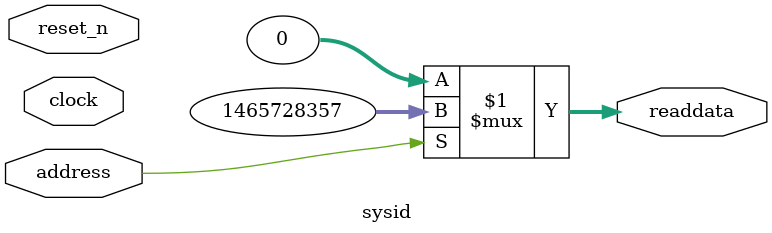
<source format=v>

`timescale 1ns / 1ps
// synthesis translate_on

// turn off superfluous verilog processor warnings 
// altera message_level Level1 
// altera message_off 10034 10035 10036 10037 10230 10240 10030 

module sysid (
               // inputs:
                address,
                clock,
                reset_n,

               // outputs:
                readdata
             )
;

  output  [ 31: 0] readdata;
  input            address;
  input            clock;
  input            reset_n;

  wire    [ 31: 0] readdata;
  //control_slave, which is an e_avalon_slave
  assign readdata = address ? 1465728357 : 0;

endmodule


</source>
